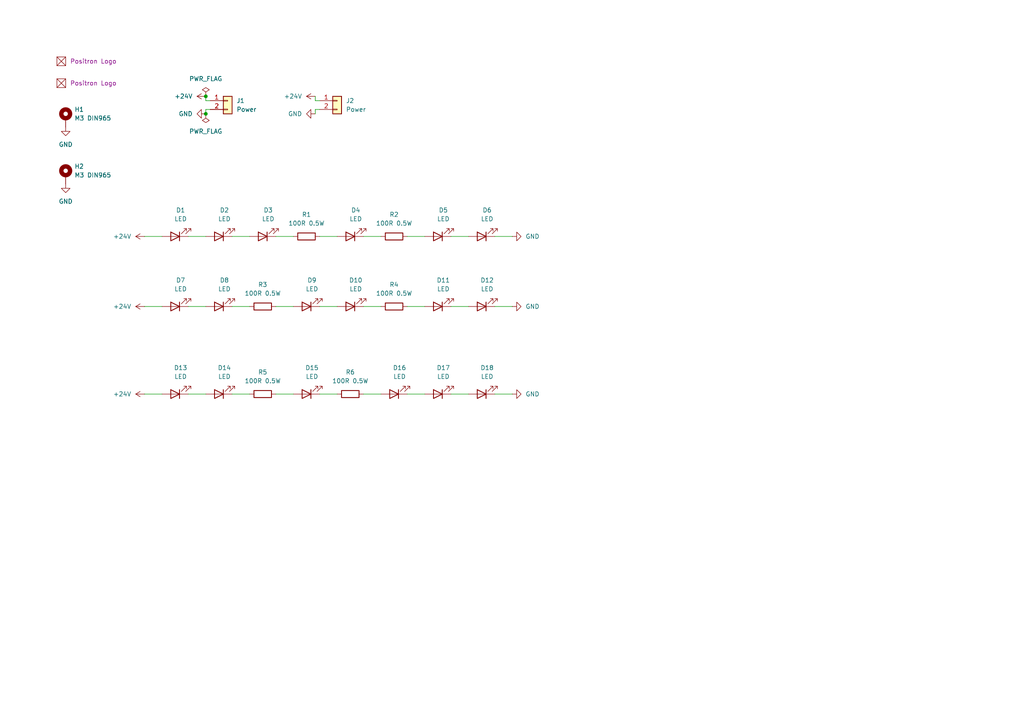
<source format=kicad_sch>
(kicad_sch (version 20250114) (generator "eeschema") (generator_version "9.0")
  (paper "A4")
  (lib_symbols
    (symbol "Connector_Generic:Conn_01x02" (pin_names (offset 1.016) (hide yes))
      (property "Reference" "J" (at 0 2.54 0))
      (property "Value" "Conn_01x02" (at 0 -5.08 0))
      (symbol "Conn_01x02_1_1"
        (rectangle (start -1.27 1.27) (end 1.27 -3.81) (stroke (width 0.254)) (fill (type background)))
        (rectangle (start -1.27 0.127) (end 0 -0.127) (stroke (width 0.1524)))
        (rectangle (start -1.27 -2.413) (end 0 -2.667) (stroke (width 0.1524)))
        (pin passive line (at -5.08 0 0) (length 3.81) (name "Pin_1") (number "1"))
        (pin passive line (at -5.08 -2.54 0) (length 3.81) (name "Pin_2") (number "2"))
      )
    )
    (symbol "Device:LED" (pin_numbers (hide yes)) (pin_names (offset 1.016) (hide yes))
      (property "Reference" "D" (at 0 2.54 0))
      (property "Value" "LED" (at 0 -2.54 0))
      (symbol "LED_0_1"
        (polyline (pts (xy -3.048 -0.762) (xy -4.572 -2.286) (xy -3.81 -2.286) (xy -4.572 -2.286) (xy -4.572 -1.524)))
        (polyline (pts (xy -1.778 -0.762) (xy -3.302 -2.286) (xy -2.54 -2.286) (xy -3.302 -2.286) (xy -3.302 -1.524)))
        (polyline (pts (xy -1.27 0) (xy 1.27 0)))
        (polyline (pts (xy -1.27 -1.27) (xy -1.27 1.27)) (stroke (width 0.254)))
        (polyline (pts (xy 1.27 -1.27) (xy 1.27 1.27) (xy -1.27 0) (xy 1.27 -1.27)) (stroke (width 0.254)))
      )
      (symbol "LED_1_1"
        (pin passive line (at -3.81 0 0) (length 2.54) (name "K") (number "1"))
        (pin passive line (at 3.81 0 180) (length 2.54) (name "A") (number "2"))
      )
    )
    (symbol "Device:R" (pin_numbers (hide yes)) (pin_names (offset 0))
      (property "Reference" "R" (at 2.032 0 90))
      (property "Value" "R" (at 0 0 90))
      (symbol "R_0_1"
        (rectangle (start -1.016 -2.54) (end 1.016 2.54) (stroke (width 0.254)))
      )
      (symbol "R_1_1"
        (pin passive line (at 0 3.81 270) (length 1.27) (name "~") (number "1"))
        (pin passive line (at 0 -3.81 90) (length 1.27) (name "~") (number "2"))
      )
    )
    (symbol "LED_Bar:Positron_Logo"
      (property "Description" "Positron Logo" (at 0 -2.54 0))
      (symbol "Positron_Logo_0_1"
        (rectangle (start -1.27 1.27) (end 1.27 -1.27))
        (polyline (pts (xy -1.27 1.27) (xy 1.27 -1.27)))
        (polyline (pts (xy 1.27 1.27) (xy -1.27 -1.27)))
      )
    )
    (symbol "Mechanical:MountingHole_Pad" (pin_numbers (hide yes)) (pin_names (offset 1.016) (hide yes)) (exclude_from_sim yes) (in_bom no)
      (property "Reference" "H" (at 0 6.35 0))
      (property "Value" "MountingHole_Pad" (at 0 4.445 0))
      (symbol "MountingHole_Pad_0_1"
        (circle (center 0 1.27) (radius 1.27) (stroke (width 1.27)))
      )
      (symbol "MountingHole_Pad_1_1"
        (pin input line (at 0 -2.54 90) (length 2.54) (name "1") (number "1"))
      )
    )
    (symbol "power:+24V" (power) (pin_numbers (hide yes)) (pin_names (offset 0) (hide yes))
      (property "Value" "+24V" (at 0 3.556 0))
      (symbol "+24V_0_1"
        (polyline (pts (xy -0.762 1.27) (xy 0 2.54)))
        (polyline (pts (xy 0 2.54) (xy 0.762 1.27)))
        (polyline (pts (xy 0 0) (xy 0 2.54)))
      )
      (symbol "+24V_1_1"
        (pin power_in line (at 0 0 90) (length 0) (name "~") (number "1"))
      )
    )
    (symbol "power:GND" (power) (pin_numbers (hide yes)) (pin_names (offset 0) (hide yes))
      (property "Value" "GND" (at 0 -3.81 0))
      (symbol "GND_0_1"
        (polyline (pts (xy 0 0) (xy 0 -1.27) (xy 1.27 -1.27) (xy 0 -2.54) (xy -1.27 -1.27) (xy 0 -1.27)))
      )
      (symbol "GND_1_1"
        (pin power_in line (at 0 0 270) (length 0) (name "~") (number "1"))
      )
    )
    (symbol "power:PWR_FLAG" (power) (pin_numbers (hide yes)) (pin_names (offset 0) (hide yes))
      (property "Value" "PWR_FLAG" (at 0 3.81 0))
      (symbol "PWR_FLAG_0_0"
        (pin power_out line (at 0 0 90) (length 0) (name "~") (number "1"))
      )
      (symbol "PWR_FLAG_0_1"
        (polyline (pts (xy 0 0) (xy 0 1.27) (xy -1.016 1.905) (xy 0 2.54) (xy 1.016 1.905) (xy 0 1.27)))
      )
    )
  )
  (junction (at 59.69 27.94))
  (junction (at 59.69 33.02))
  (wire (pts (xy 92.71 114.3) (xy 97.79 114.3)))
  (wire (pts (xy 148.59 68.58) (xy 143.51 68.58)))
  (wire (pts (xy 54.61 114.3) (xy 59.69 114.3)))
  (wire (pts (xy 54.61 68.58) (xy 59.69 68.58)))
  (wire (pts (xy 130.81 68.58) (xy 135.89 68.58)))
  (wire (pts (xy 91.44 33.02) (xy 91.44 31.75)))
  (wire (pts (xy 72.39 114.3) (xy 67.31 114.3)))
  (wire (pts (xy 91.44 27.94) (xy 91.44 29.21)))
  (wire (pts (xy 72.39 88.9) (xy 67.31 88.9)))
  (wire (pts (xy 41.91 114.3) (xy 46.99 114.3)))
  (wire (pts (xy 118.11 114.3) (xy 123.19 114.3)))
  (wire (pts (xy 54.61 88.9) (xy 59.69 88.9)))
  (wire (pts (xy 59.69 29.21) (xy 60.96 29.21)))
  (wire (pts (xy 41.91 68.58) (xy 46.99 68.58)))
  (wire (pts (xy 80.01 114.3) (xy 85.09 114.3)))
  (wire (pts (xy 80.01 68.58) (xy 85.09 68.58)))
  (wire (pts (xy 59.69 27.94) (xy 59.69 29.21)))
  (wire (pts (xy 67.31 68.58) (xy 72.39 68.58)))
  (wire (pts (xy 130.81 88.9) (xy 135.89 88.9)))
  (wire (pts (xy 130.81 114.3) (xy 135.89 114.3)))
  (wire (pts (xy 105.41 114.3) (xy 110.49 114.3)))
  (wire (pts (xy 80.01 88.9) (xy 85.09 88.9)))
  (wire (pts (xy 59.69 33.02) (xy 59.69 31.75)))
  (wire (pts (xy 148.59 88.9) (xy 143.51 88.9)))
  (wire (pts (xy 59.69 31.75) (xy 60.96 31.75)))
  (wire (pts (xy 105.41 88.9) (xy 110.49 88.9)))
  (wire (pts (xy 91.44 31.75) (xy 92.71 31.75)))
  (wire (pts (xy 41.91 88.9) (xy 46.99 88.9)))
  (wire (pts (xy 105.41 68.58) (xy 110.49 68.58)))
  (wire (pts (xy 148.59 114.3) (xy 143.51 114.3)))
  (wire (pts (xy 92.71 68.58) (xy 97.79 68.58)))
  (wire (pts (xy 118.11 88.9) (xy 123.19 88.9)))
  (wire (pts (xy 91.44 29.21) (xy 92.71 29.21)))
  (wire (pts (xy 118.11 68.58) (xy 123.19 68.58)))
  (wire (pts (xy 92.71 88.9) (xy 97.79 88.9)))
  (symbol (lib_id "Device:LED") (at 114.3 114.3 180) (unit 1)
    (property "Reference" "D16" (at 115.8875 106.68 0))
    (property "Value" "LED" (at 115.8875 109.22 0))
    (property "Footprint" "LED_SMD:LED_PLCC_2835_Handsoldering" (effects (hide yes)))
    (property "Description" "Light emitting diode" (effects (hide yes)))
    (property "Sim.Pins" "1=K 2=A" (effects (hide yes)))
    (property "LCSC" "C182223" (effects (hide yes)))
  )
  (symbol (lib_id "power:GND") (at 148.59 114.3 90) (unit 1)
    (property "Reference" "#PWR010" (effects (hide yes)))
    (property "Value" "GND" (at 152.4 114.2999 90) (effects (justify right)))
    (property "Description" "Power symbol creates a global label with name \"GND\" , ground" (effects (hide yes)))
  )
  (symbol (lib_id "Device:LED") (at 127 68.58 180) (unit 1)
    (property "Reference" "D5" (at 128.5875 60.96 0))
    (property "Value" "LED" (at 128.5875 63.5 0))
    (property "Footprint" "LED_SMD:LED_PLCC_2835_Handsoldering" (effects (hide yes)))
    (property "Description" "Light emitting diode" (effects (hide yes)))
    (property "Sim.Pins" "1=K 2=A" (effects (hide yes)))
    (property "LCSC" "C182223" (effects (hide yes)))
  )
  (symbol (lib_id "power:+24V") (at 41.91 68.58 90) (unit 1)
    (property "Reference" "#PWR05" (effects (hide yes)))
    (property "Value" "+24V" (at 38.1 68.5799 90) (effects (justify left)))
    (property "Description" "Power symbol creates a global label with name \"+24V\"" (effects (hide yes)))
  )
  (symbol (lib_id "Device:LED") (at 76.2 68.58 180) (unit 1)
    (property "Reference" "D3" (at 77.7875 60.96 0))
    (property "Value" "LED" (at 77.7875 63.5 0))
    (property "Footprint" "LED_SMD:LED_PLCC_2835_Handsoldering" (effects (hide yes)))
    (property "Description" "Light emitting diode" (effects (hide yes)))
    (property "Sim.Pins" "1=K 2=A" (effects (hide yes)))
    (property "LCSC" "C182223" (effects (hide yes)))
  )
  (symbol (lib_id "power:GND") (at 19.05 53.34 0) (unit 1)
    (property "Reference" "#PWR011" (effects (hide yes)))
    (property "Value" "GND" (at 19.05 58.42 0))
    (property "Description" "Power symbol creates a global label with name \"GND\" , ground" (effects (hide yes)))
  )
  (symbol (lib_id "power:+24V") (at 41.91 88.9 90) (unit 1)
    (property "Reference" "#PWR07" (effects (hide yes)))
    (property "Value" "+24V" (at 38.1 88.8999 90) (effects (justify left)))
    (property "Description" "Power symbol creates a global label with name \"+24V\"" (effects (hide yes)))
  )
  (symbol (lib_id "Device:LED") (at 63.5 68.58 180) (unit 1)
    (property "Reference" "D2" (at 65.0875 60.96 0))
    (property "Value" "LED" (at 65.0875 63.5 0))
    (property "Footprint" "LED_SMD:LED_PLCC_2835_Handsoldering" (effects (hide yes)))
    (property "Description" "Light emitting diode" (effects (hide yes)))
    (property "Sim.Pins" "1=K 2=A" (effects (hide yes)))
    (property "LCSC" "C182223" (effects (hide yes)))
  )
  (symbol (lib_id "Device:R") (at 114.3 68.58 90) (unit 1)
    (property "Reference" "R2" (at 114.3 62.23 90))
    (property "Value" "100R 0.5W" (at 114.3 64.77 90))
    (property "Footprint" "Resistor_SMD:R_1210_3225Metric_Pad1.30x2.65mm_HandSolder" (effects (hide yes)))
    (property "Description" "Resistor" (effects (hide yes)))
    (property "LCSC" "C137089" (effects (hide yes)))
  )
  (symbol (lib_id "LED_Bar:Positron_Logo") (at 17.78 24.13 0) (unit 1)
    (property "Reference" "S2" (effects (hide yes)))
    (property "Footprint" "LED_Bar:Positron_Logo" (effects (hide yes)))
    (property "Description" "Positron Logo" (at 20.32 24.1299 0) (effects (justify left)))
  )
  (symbol (lib_id "Device:LED") (at 63.5 114.3 180) (unit 1)
    (property "Reference" "D14" (at 65.0875 106.68 0))
    (property "Value" "LED" (at 65.0875 109.22 0))
    (property "Footprint" "LED_SMD:LED_PLCC_2835_Handsoldering" (effects (hide yes)))
    (property "Description" "Light emitting diode" (effects (hide yes)))
    (property "Sim.Pins" "1=K 2=A" (effects (hide yes)))
    (property "LCSC" "C182223" (effects (hide yes)))
  )
  (symbol (lib_id "Device:R") (at 76.2 88.9 90) (unit 1)
    (property "Reference" "R3" (at 76.2 82.55 90))
    (property "Value" "100R 0.5W" (at 76.2 85.09 90))
    (property "Footprint" "Resistor_SMD:R_1210_3225Metric_Pad1.30x2.65mm_HandSolder" (effects (hide yes)))
    (property "Description" "Resistor" (effects (hide yes)))
    (property "LCSC" "C137089" (effects (hide yes)))
  )
  (symbol (lib_id "Connector_Generic:Conn_01x02") (at 97.79 29.21 0) (unit 1)
    (property "Reference" "J2" (at 100.33 29.2099 0) (effects (justify left)))
    (property "Value" "Power" (at 100.33 31.7499 0) (effects (justify left)))
    (property "Footprint" "Connector_JST:JST_XH_S2B-XH-A_1x02_P2.50mm_Horizontal" (effects (hide yes)))
    (property "Description" "Generic connector, single row, 01x02, script generated (kicad-library-utils/schlib/autogen/connector/)" (effects (hide yes)))
  )
  (symbol (lib_id "Mechanical:MountingHole_Pad") (at 19.05 50.8 0) (unit 1) (exclude_from_sim yes) (in_bom no)
    (property "Reference" "H2" (at 21.59 48.2599 0) (effects (justify left)))
    (property "Value" "M3 DIN965" (at 21.59 50.7999 0) (effects (justify left)))
    (property "Footprint" "MountingHole:MountingHole_3.2mm_M3_Pad_Via" (effects (hide yes)))
    (property "Description" "Mounting Hole with connection" (effects (hide yes)))
  )
  (symbol (lib_id "power:+24V") (at 59.69 27.94 90) (unit 1)
    (property "Reference" "#PWR01" (effects (hide yes)))
    (property "Value" "+24V" (at 55.88 27.9399 90) (effects (justify left)))
    (property "Description" "Power symbol creates a global label with name \"+24V\"" (effects (hide yes)))
  )
  (symbol (lib_id "Device:LED") (at 139.7 114.3 180) (unit 1)
    (property "Reference" "D18" (at 141.2875 106.68 0))
    (property "Value" "LED" (at 141.2875 109.22 0))
    (property "Footprint" "LED_SMD:LED_PLCC_2835_Handsoldering" (effects (hide yes)))
    (property "Description" "Light emitting diode" (effects (hide yes)))
    (property "Sim.Pins" "1=K 2=A" (effects (hide yes)))
    (property "LCSC" "C182223" (effects (hide yes)))
  )
  (symbol (lib_id "power:PWR_FLAG") (at 59.69 27.94 0) (unit 1)
    (property "Reference" "#FLG02" (effects (hide yes)))
    (property "Value" "PWR_FLAG" (at 59.69 22.86 0))
    (property "Description" "Special symbol for telling ERC where power comes from" (effects (hide yes)))
  )
  (symbol (lib_id "Device:LED") (at 139.7 68.58 180) (unit 1)
    (property "Reference" "D6" (at 141.2875 60.96 0))
    (property "Value" "LED" (at 141.2875 63.5 0))
    (property "Footprint" "LED_SMD:LED_PLCC_2835_Handsoldering" (effects (hide yes)))
    (property "Description" "Light emitting diode" (effects (hide yes)))
    (property "Sim.Pins" "1=K 2=A" (effects (hide yes)))
    (property "LCSC" "C182223" (effects (hide yes)))
  )
  (symbol (lib_id "power:GND") (at 59.69 33.02 270) (unit 1)
    (property "Reference" "#PWR02" (effects (hide yes)))
    (property "Value" "GND" (at 55.88 33.0199 90) (effects (justify right)))
    (property "Description" "Power symbol creates a global label with name \"GND\" , ground" (effects (hide yes)))
  )
  (symbol (lib_id "Device:LED") (at 101.6 68.58 180) (unit 1)
    (property "Reference" "D4" (at 103.1875 60.96 0))
    (property "Value" "LED" (at 103.1875 63.5 0))
    (property "Footprint" "LED_SMD:LED_PLCC_2835_Handsoldering" (effects (hide yes)))
    (property "Description" "Light emitting diode" (effects (hide yes)))
    (property "Sim.Pins" "1=K 2=A" (effects (hide yes)))
    (property "LCSC" "C182223" (effects (hide yes)))
  )
  (symbol (lib_id "Device:LED") (at 50.8 114.3 180) (unit 1)
    (property "Reference" "D13" (at 52.3875 106.68 0))
    (property "Value" "LED" (at 52.3875 109.22 0))
    (property "Footprint" "LED_SMD:LED_PLCC_2835_Handsoldering" (effects (hide yes)))
    (property "Description" "Light emitting diode" (effects (hide yes)))
    (property "Sim.Pins" "1=K 2=A" (effects (hide yes)))
    (property "LCSC" "C182223" (effects (hide yes)))
  )
  (symbol (lib_id "Device:LED") (at 101.6 88.9 180) (unit 1)
    (property "Reference" "D10" (at 103.1875 81.28 0))
    (property "Value" "LED" (at 103.1875 83.82 0))
    (property "Footprint" "LED_SMD:LED_PLCC_2835_Handsoldering" (effects (hide yes)))
    (property "Description" "Light emitting diode" (effects (hide yes)))
    (property "Sim.Pins" "1=K 2=A" (effects (hide yes)))
    (property "LCSC" "C182223" (effects (hide yes)))
  )
  (symbol (lib_id "Mechanical:MountingHole_Pad") (at 19.05 34.29 0) (unit 1) (exclude_from_sim yes) (in_bom no)
    (property "Reference" "H1" (at 21.59 31.7499 0) (effects (justify left)))
    (property "Value" "M3 DIN965" (at 21.59 34.2899 0) (effects (justify left)))
    (property "Footprint" "MountingHole:MountingHole_3.2mm_M3_Pad_Via" (effects (hide yes)))
    (property "Description" "Mounting Hole with connection" (effects (hide yes)))
  )
  (symbol (lib_id "Device:R") (at 76.2 114.3 90) (unit 1)
    (property "Reference" "R5" (at 76.2 107.95 90))
    (property "Value" "100R 0.5W" (at 76.2 110.49 90))
    (property "Footprint" "Resistor_SMD:R_1210_3225Metric_Pad1.30x2.65mm_HandSolder" (effects (hide yes)))
    (property "Description" "Resistor" (effects (hide yes)))
    (property "LCSC" "C137089" (effects (hide yes)))
  )
  (symbol (lib_id "power:+24V") (at 91.44 27.94 90) (unit 1)
    (property "Reference" "#PWR03" (effects (hide yes)))
    (property "Value" "+24V" (at 87.63 27.9399 90) (effects (justify left)))
    (property "Description" "Power symbol creates a global label with name \"+24V\"" (effects (hide yes)))
  )
  (symbol (lib_id "Device:LED") (at 63.5 88.9 180) (unit 1)
    (property "Reference" "D8" (at 65.0875 81.28 0))
    (property "Value" "LED" (at 65.0875 83.82 0))
    (property "Footprint" "LED_SMD:LED_PLCC_2835_Handsoldering" (effects (hide yes)))
    (property "Description" "Light emitting diode" (effects (hide yes)))
    (property "Sim.Pins" "1=K 2=A" (effects (hide yes)))
    (property "LCSC" "C182223" (effects (hide yes)))
  )
  (symbol (lib_id "power:GND") (at 148.59 68.58 90) (unit 1)
    (property "Reference" "#PWR06" (effects (hide yes)))
    (property "Value" "GND" (at 152.4 68.5799 90) (effects (justify right)))
    (property "Description" "Power symbol creates a global label with name \"GND\" , ground" (effects (hide yes)))
  )
  (symbol (lib_id "power:GND") (at 148.59 88.9 90) (unit 1)
    (property "Reference" "#PWR08" (effects (hide yes)))
    (property "Value" "GND" (at 152.4 88.8999 90) (effects (justify right)))
    (property "Description" "Power symbol creates a global label with name \"GND\" , ground" (effects (hide yes)))
  )
  (symbol (lib_id "Device:LED") (at 88.9 88.9 180) (unit 1)
    (property "Reference" "D9" (at 90.4875 81.28 0))
    (property "Value" "LED" (at 90.4875 83.82 0))
    (property "Footprint" "LED_SMD:LED_PLCC_2835_Handsoldering" (effects (hide yes)))
    (property "Description" "Light emitting diode" (effects (hide yes)))
    (property "Sim.Pins" "1=K 2=A" (effects (hide yes)))
    (property "LCSC" "C182223" (effects (hide yes)))
  )
  (symbol (lib_id "Device:LED") (at 127 114.3 180) (unit 1)
    (property "Reference" "D17" (at 128.5875 106.68 0))
    (property "Value" "LED" (at 128.5875 109.22 0))
    (property "Footprint" "LED_SMD:LED_PLCC_2835_Handsoldering" (effects (hide yes)))
    (property "Description" "Light emitting diode" (effects (hide yes)))
    (property "Sim.Pins" "1=K 2=A" (effects (hide yes)))
    (property "LCSC" "C182223" (effects (hide yes)))
  )
  (symbol (lib_id "Device:R") (at 88.9 68.58 90) (unit 1)
    (property "Reference" "R1" (at 88.9 62.23 90))
    (property "Value" "100R 0.5W" (at 88.9 64.77 90))
    (property "Footprint" "Resistor_SMD:R_1210_3225Metric_Pad1.30x2.65mm_HandSolder" (effects (hide yes)))
    (property "Description" "Resistor" (effects (hide yes)))
    (property "LCSC" "C137089" (effects (hide yes)))
  )
  (symbol (lib_id "Device:LED") (at 127 88.9 180) (unit 1)
    (property "Reference" "D11" (at 128.5875 81.28 0))
    (property "Value" "LED" (at 128.5875 83.82 0))
    (property "Footprint" "LED_SMD:LED_PLCC_2835_Handsoldering" (effects (hide yes)))
    (property "Description" "Light emitting diode" (effects (hide yes)))
    (property "Sim.Pins" "1=K 2=A" (effects (hide yes)))
    (property "LCSC" "C182223" (effects (hide yes)))
  )
  (symbol (lib_id "power:GND") (at 91.44 33.02 270) (unit 1)
    (property "Reference" "#PWR04" (effects (hide yes)))
    (property "Value" "GND" (at 87.63 33.0199 90) (effects (justify right)))
    (property "Description" "Power symbol creates a global label with name \"GND\" , ground" (effects (hide yes)))
  )
  (symbol (lib_id "Device:LED") (at 139.7 88.9 180) (unit 1)
    (property "Reference" "D12" (at 141.2875 81.28 0))
    (property "Value" "LED" (at 141.2875 83.82 0))
    (property "Footprint" "LED_SMD:LED_PLCC_2835_Handsoldering" (effects (hide yes)))
    (property "Description" "Light emitting diode" (effects (hide yes)))
    (property "Sim.Pins" "1=K 2=A" (effects (hide yes)))
    (property "LCSC" "C182223" (effects (hide yes)))
  )
  (symbol (lib_id "Device:LED") (at 88.9 114.3 180) (unit 1)
    (property "Reference" "D15" (at 90.4875 106.68 0))
    (property "Value" "LED" (at 90.4875 109.22 0))
    (property "Footprint" "LED_SMD:LED_PLCC_2835_Handsoldering" (effects (hide yes)))
    (property "Description" "Light emitting diode" (effects (hide yes)))
    (property "Sim.Pins" "1=K 2=A" (effects (hide yes)))
    (property "LCSC" "C182223" (effects (hide yes)))
  )
  (symbol (lib_id "Device:LED") (at 50.8 68.58 180) (unit 1)
    (property "Reference" "D1" (at 52.3875 60.96 0))
    (property "Value" "LED" (at 52.3875 63.5 0))
    (property "Footprint" "LED_SMD:LED_PLCC_2835_Handsoldering" (effects (hide yes)))
    (property "Description" "Light emitting diode" (effects (hide yes)))
    (property "Sim.Pins" "1=K 2=A" (effects (hide yes)))
    (property "LCSC" "C182223" (effects (hide yes)))
  )
  (symbol (lib_id "Device:R") (at 114.3 88.9 90) (unit 1)
    (property "Reference" "R4" (at 114.3 82.55 90))
    (property "Value" "100R 0.5W" (at 114.3 85.09 90))
    (property "Footprint" "Resistor_SMD:R_1210_3225Metric_Pad1.30x2.65mm_HandSolder" (effects (hide yes)))
    (property "Description" "Resistor" (effects (hide yes)))
    (property "LCSC" "C137089" (effects (hide yes)))
  )
  (symbol (lib_id "power:GND") (at 19.05 36.83 0) (unit 1)
    (property "Reference" "#PWR012" (effects (hide yes)))
    (property "Value" "GND" (at 19.05 41.91 0))
    (property "Description" "Power symbol creates a global label with name \"GND\" , ground" (effects (hide yes)))
  )
  (symbol (lib_id "power:PWR_FLAG") (at 59.69 33.02 180) (unit 1)
    (property "Reference" "#FLG01" (effects (hide yes)))
    (property "Value" "PWR_FLAG" (at 59.69 38.1 0))
    (property "Description" "Special symbol for telling ERC where power comes from" (effects (hide yes)))
  )
  (symbol (lib_id "power:+24V") (at 41.91 114.3 90) (unit 1)
    (property "Reference" "#PWR09" (effects (hide yes)))
    (property "Value" "+24V" (at 38.1 114.2999 90) (effects (justify left)))
    (property "Description" "Power symbol creates a global label with name \"+24V\"" (effects (hide yes)))
  )
  (symbol (lib_id "Connector_Generic:Conn_01x02") (at 66.04 29.21 0) (unit 1)
    (property "Reference" "J1" (at 68.58 29.2099 0) (effects (justify left)))
    (property "Value" "Power" (at 68.58 31.7499 0) (effects (justify left)))
    (property "Footprint" "Connector_JST:JST_XH_S2B-XH-A_1x02_P2.50mm_Horizontal" (effects (hide yes)))
    (property "Description" "Generic connector, single row, 01x02, script generated (kicad-library-utils/schlib/autogen/connector/)" (effects (hide yes)))
  )
  (symbol (lib_id "Device:LED") (at 50.8 88.9 180) (unit 1)
    (property "Reference" "D7" (at 52.3875 81.28 0))
    (property "Value" "LED" (at 52.3875 83.82 0))
    (property "Footprint" "LED_SMD:LED_PLCC_2835_Handsoldering" (effects (hide yes)))
    (property "Description" "Light emitting diode" (effects (hide yes)))
    (property "Sim.Pins" "1=K 2=A" (effects (hide yes)))
    (property "LCSC" "C182223" (effects (hide yes)))
  )
  (symbol (lib_id "Device:R") (at 101.6 114.3 90) (unit 1)
    (property "Reference" "R6" (at 101.6 107.95 90))
    (property "Value" "100R 0.5W" (at 101.6 110.49 90))
    (property "Footprint" "Resistor_SMD:R_1210_3225Metric_Pad1.30x2.65mm_HandSolder" (effects (hide yes)))
    (property "Description" "Resistor" (effects (hide yes)))
    (property "LCSC" "C137089" (effects (hide yes)))
  )
  (symbol (lib_id "LED_Bar:Positron_Logo") (at 17.78 17.78 0) (unit 1)
    (property "Reference" "S1" (effects (hide yes)))
    (property "Footprint" "LED_Bar:Positron_Logo" (effects (hide yes)))
    (property "Description" "Positron Logo" (at 20.32 17.7799 0) (effects (justify left)))
  )
)
</source>
